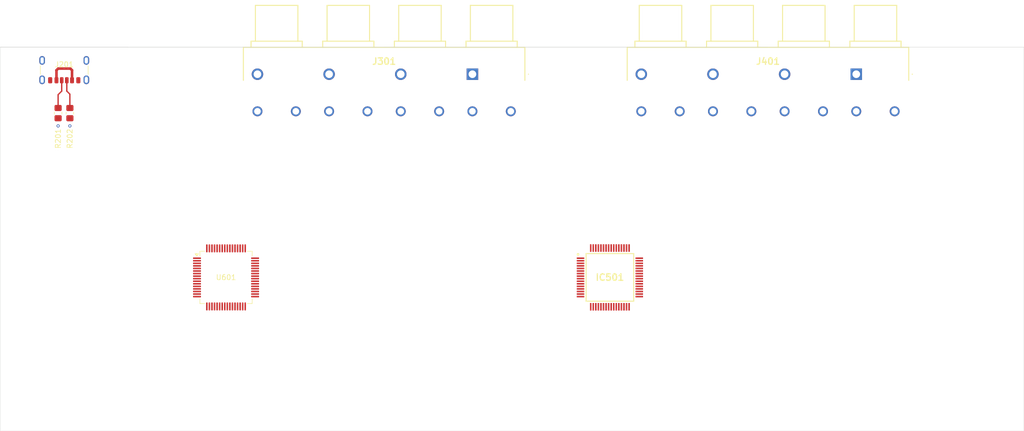
<source format=kicad_pcb>
(kicad_pcb (version 20241229) (generator "pcbnew") (generator_version "9.0")
  (layers (0 "F.Cu" signal) (2 "B.Cu" signal) (13 "F.Paste" user) (15 "B.Paste" user) (5 "F.SilkS" user "F.Silkscreen") (7 "B.SilkS" user "B.Silkscreen") (1 "F.Mask" user) (3 "B.Mask" user) (25 "Edge.Cuts" user))
  (net 0 "")
  (net 1 "/Audio_In/IN2L")
  (net 2 "GNDA")
  (net 3 "/Audio_In/IN3L")
  (net 4 "/Audio_In/IN3R")
  (net 5 "/Audio_In/IN1L")
  (net 6 "/Audio_In/IN1R")
  (net 7 "/Audio_In/IN4R")
  (net 8 "/Audio_In/IN4L")
  (net 9 "/Audio_In/IN2R")
  (net 20 "GNDD")
  (net 21 "/PSU/VBUS")
  (net 22 "/PSU/CC2")
  (net 23 "/PSU/CC1")
  (net 34 "/Audio_DSP/I2C_SDA")
  (net 60 "/Audio_DSP/I2C_SCL")
  (net 87 "Net-(U601-VSS-Pad18)")
  (net 136 "+3V3")
  (footprint "Resistor_SMD:R_0805_2012Metric_Pad1.20x1.40mm_HandSolder" (layer "F.Cu") (at 71.3 87.9 -90)
    (property "Reference" "R201" (at 5 0 90) (layer "F.SilkS"))
    (property "Value" "5K1")
    (fp_line (start -0.227064 0.735) (end 0.227064 0.735) (stroke (width 0.12)) (layer "F.SilkS"))
    (fp_line (start -0.227064 -0.735) (end 0.227064 -0.735) (stroke (width 0.12)) (layer "F.SilkS"))
    (pad "1" smd roundrect (at -1 0 270) (size 1.2 1.4) (layers "F.Cu" "F.Mask" "F.Paste") (roundrect_rratio 0.208333) (net 22 "/PSU/CC2"))
    (pad "2" smd roundrect (at 1 0 270) (size 1.2 1.4) (layers "F.Cu" "F.Mask" "F.Paste") (roundrect_rratio 0.208333) (net 20 "GNDD"))
  )
  (footprint "Connector_USB:USB_C_Receptacle_GCT_USB4125-xx-x-0190_6P_TopMnt_Horizontal" (layer "F.Cu") (at 72.5 78.4 180)
    (property "Reference" "J201" (at 0 0 0) (layer "F.SilkS"))
    (property "Value" "USB_C_Receptacle_PowerOnly_6P")
    (fp_line (start 4.67 -0.25) (end 4.67 -1.95) (stroke (width 0.12)) (layer "F.SilkS"))
    (fp_line (start -4.67 -0.25) (end -4.67 -1.95) (stroke (width 0.12)) (layer "F.SilkS"))
    (pad "A5" smd roundrect (at -0.5 -3.08 180) (size 0.7 1.2) (layers "F.Cu" "F.Mask" "F.Paste") (net 23 "/PSU/CC1"))
    (pad "A9" smd roundrect (at 1.52 -3.08) (size 0.76 1.2) (layers "F.Cu" "F.Mask" "F.Paste") (net 21 "/PSU/VBUS"))
    (pad "A12" smd roundrect (at 2.75 -3.08) (size 0.8 1.2) (layers "F.Cu" "F.Mask" "F.Paste") (net 20 "GNDD"))
    (pad "B5" smd roundrect (at 0.5 -3.08) (size 0.7 1.2) (layers "F.Cu" "F.Mask" "F.Paste") (net 22 "/PSU/CC2"))
    (pad "B9" smd roundrect (at -1.52 -3.08 180) (size 0.76 1.2) (layers "F.Cu" "F.Mask" "F.Paste") (net 21 "/PSU/VBUS"))
    (pad "B12" smd roundrect (at -2.75 -3.08 180) (size 0.8 1.2) (layers "F.Cu" "F.Mask" "F.Paste") (net 20 "GNDD"))
    (pad "S1" thru_hole oval (at -4.32 -3 180) (size 1.1 1.7) (drill oval 0.6 1.2) (property pad_prop_heatsink) (layers "*.Cu" "*.Mask" "F.Paste") (net 20 "GNDD"))
    (pad "S1" thru_hole oval (at -4.32 0.8 180) (size 1.1 1.7) (drill oval 0.6 1.2) (property pad_prop_heatsink) (layers "*.Cu" "*.Mask" "F.Paste") (net 20 "GNDD"))
    (pad "S1" thru_hole oval (at 4.32 -3 180) (size 1.1 1.7) (drill oval 0.6 1.2) (property pad_prop_heatsink) (layers "*.Cu" "*.Mask" "F.Paste") (net 20 "GNDD"))
    (pad "S1" thru_hole oval (at 4.32 0.8 180) (size 1.1 1.7) (drill oval 0.6 1.2) (property pad_prop_heatsink) (layers "*.Cu" "*.Mask" "F.Paste") (net 20 "GNDD"))
  )
  (footprint "Pre_Amp_8CH_Footprints:QFP50P1200X1200X160-64N" (layer "F.Cu") (at 179.113 120)
    (property "Reference" "IC501" (at 0 0 0) (layer "F.SilkS") (effects (font (size 1.27 1.27) (thickness 0.254))))
    (property "Value" "STA309A13TR" (hide yes))
    (fp_line (start -4.65 -4.65) (end 4.65 -4.65) (stroke (width 0.2)) (layer "F.SilkS"))
    (fp_line (start -4.65 4.65) (end -4.65 -4.65) (stroke (width 0.2)) (layer "F.SilkS"))
    (fp_line (start 4.65 -4.65) (end 4.65 4.65) (stroke (width 0.2)) (layer "F.SilkS"))
    (fp_line (start 4.65 4.65) (end -4.65 4.65) (stroke (width 0.2)) (layer "F.SilkS"))
    (fp_circle (center -6.225 -4.5) (end -6.225 -4.375) (stroke (width 0.25)) (fill no) (layer "F.SilkS"))
    (pad "1" smd rect (at -5.738 -3.75 90) (size 0.3 1.475) (layers "F.Cu" "F.Mask" "F.Paste"))
    (pad "2" smd rect (at -5.738 -3.25 90) (size 0.3 1.475) (layers "F.Cu" "F.Mask" "F.Paste") (net 20 "GNDD"))
    (pad "3" smd rect (at -5.738 -2.75 90) (size 0.3 1.475) (layers "F.Cu" "F.Mask" "F.Paste") (net 136 "+3V3"))
    (pad "4" smd rect (at -5.738 -2.25 90) (size 0.3 1.475) (layers "F.Cu" "F.Mask" "F.Paste") (net 20 "GNDD"))
    (pad "5" smd rect (at -5.738 -1.75 90) (size 0.3 1.475) (layers "F.Cu" "F.Mask" "F.Paste"))
    (pad "6" smd rect (at -5.738 -1.25 90) (size 0.3 1.475) (layers "F.Cu" "F.Mask" "F.Paste"))
    (pad "7" smd rect (at -5.738 -0.75 90) (size 0.3 1.475) (layers "F.Cu" "F.Mask" "F.Paste"))
    (pad "8" smd rect (at -5.738 -0.25 90) (size 0.3 1.475) (layers "F.Cu" "F.Mask" "F.Paste"))
    (pad "9" smd rect (at -5.738 0.25 90) (size 0.3 1.475) (layers "F.Cu" "F.Mask" "F.Paste"))
    (pad "10" smd rect (at -5.738 0.75 90) (size 0.3 1.475) (layers "F.Cu" "F.Mask" "F.Paste"))
    (pad "11" smd rect (at -5.738 1.25 90) (size 0.3 1.475) (layers "F.Cu" "F.Mask" "F.Paste"))
    (pad "12" smd rect (at -5.738 1.75 90) (size 0.3 1.475) (layers "F.Cu" "F.Mask" "F.Paste") (net 136 "+3V3"))
    (pad "13" smd rect (at -5.738 2.25 90) (size 0.3 1.475) (layers "F.Cu" "F.Mask" "F.Paste") (net 20 "GNDD"))
    (pad "14" smd rect (at -5.738 2.75 90) (size 0.3 1.475) (layers "F.Cu" "F.Mask" "F.Paste"))
    (pad "15" smd rect (at -5.738 3.25 90) (size 0.3 1.475) (layers "F.Cu" "F.Mask" "F.Paste"))
    (pad "16" smd rect (at -5.738 3.75 90) (size 0.3 1.475) (layers "F.Cu" "F.Mask" "F.Paste"))
    (pad "17" smd rect (at -3.75 5.738) (size 0.3 1.475) (layers "F.Cu" "F.Mask" "F.Paste"))
    (pad "18" smd rect (at -3.25 5.738) (size 0.3 1.475) (layers "F.Cu" "F.Mask" "F.Paste") (net 34 "/Audio_DSP/I2C_SDA"))
    (pad "19" smd rect (at -2.75 5.738) (size 0.3 1.475) (layers "F.Cu" "F.Mask" "F.Paste") (net 60 "/Audio_DSP/I2C_SCL"))
    (pad "20" smd rect (at -2.25 5.738) (size 0.3 1.475) (layers "F.Cu" "F.Mask" "F.Paste"))
    (pad "21" smd rect (at -1.75 5.738) (size 0.3 1.475) (layers "F.Cu" "F.Mask" "F.Paste"))
    (pad "22" smd rect (at -1.25 5.738) (size 0.3 1.475) (layers "F.Cu" "F.Mask" "F.Paste"))
    (pad "23" smd rect (at -0.75 5.738) (size 0.3 1.475) (layers "F.Cu" "F.Mask" "F.Paste"))
    (pad "24" smd rect (at -0.25 5.738) (size 0.3 1.475) (layers "F.Cu" "F.Mask" "F.Paste"))
    (pad "25" smd rect (at 0.25 5.738) (size 0.3 1.475) (layers "F.Cu" "F.Mask" "F.Paste"))
    (pad "26" smd rect (at 0.75 5.738) (size 0.3 1.475) (layers "F.Cu" "F.Mask" "F.Paste"))
    (pad "27" smd rect (at 1.25 5.738) (size 0.3 1.475) (layers "F.Cu" "F.Mask" "F.Paste") (net 20 "GNDD"))
    (pad "28" smd rect (at 1.75 5.738) (size 0.3 1.475) (layers "F.Cu" "F.Mask" "F.Paste") (net 136 "+3V3"))
    (pad "29" smd rect (at 2.25 5.738) (size 0.3 1.475) (layers "F.Cu" "F.Mask" "F.Paste"))
    (pad "30" smd rect (at 2.75 5.738) (size 0.3 1.475) (layers "F.Cu" "F.Mask" "F.Paste"))
    (pad "31" smd rect (at 3.25 5.738) (size 0.3 1.475) (layers "F.Cu" "F.Mask" "F.Paste"))
    (pad "32" smd rect (at 3.75 5.738) (size 0.3 1.475) (layers "F.Cu" "F.Mask" "F.Paste"))
    (pad "33" smd rect (at 5.738 3.75 90) (size 0.3 1.475) (layers "F.Cu" "F.Mask" "F.Paste"))
    (pad "34" smd rect (at 5.738 3.25 90) (size 0.3 1.475) (layers "F.Cu" "F.Mask" "F.Paste"))
    (pad "35" smd rect (at 5.738 2.75 90) (size 0.3 1.475) (layers "F.Cu" "F.Mask" "F.Paste") (net 136 "+3V3"))
    (pad "36" smd rect (at 5.738 2.25 90) (size 0.3 1.475) (layers "F.Cu" "F.Mask" "F.Paste") (net 20 "GNDD"))
    (pad "37" smd rect (at 5.738 1.75 90) (size 0.3 1.475) (layers "F.Cu" "F.Mask" "F.Paste"))
    (pad "38" smd rect (at 5.738 1.25 90) (size 0.3 1.475) (layers "F.Cu" "F.Mask" "F.Paste"))
    (pad "39" smd rect (at 5.738 0.75 90) (size 0.3 1.475) (layers "F.Cu" "F.Mask" "F.Paste"))
    (pad "40" smd rect (at 5.738 0.25 90) (size 0.3 1.475) (layers "F.Cu" "F.Mask" "F.Paste"))
    (pad "41" smd rect (at 5.738 -0.25 90) (size 0.3 1.475) (layers "F.Cu" "F.Mask" "F.Paste"))
    (pad "42" smd rect (at 5.738 -0.75 90) (size 0.3 1.475) (layers "F.Cu" "F.Mask" "F.Paste"))
    (pad "43" smd rect (at 5.738 -1.25 90) (size 0.3 1.475) (layers "F.Cu" "F.Mask" "F.Paste"))
    (pad "44" smd rect (at 5.738 -1.75 90) (size 0.3 1.475) (layers "F.Cu" "F.Mask" "F.Paste") (net 136 "+3V3"))
    (pad "45" smd rect (at 5.738 -2.25 90) (size 0.3 1.475) (layers "F.Cu" "F.Mask" "F.Paste") (net 20 "GNDD"))
    (pad "46" smd rect (at 5.738 -2.75 90) (size 0.3 1.475) (layers "F.Cu" "F.Mask" "F.Paste"))
    (pad "47" smd rect (at 5.738 -3.25 90) (size 0.3 1.475) (layers "F.Cu" "F.Mask" "F.Paste"))
    (pad "48" smd rect (at 5.738 -3.75 90) (size 0.3 1.475) (layers "F.Cu" "F.Mask" "F.Paste"))
    (pad "49" smd rect (at 3.75 -5.738) (size 0.3 1.475) (layers "F.Cu" "F.Mask" "F.Paste"))
    (pad "50" smd rect (at 3.25 -5.738) (size 0.3 1.475) (layers "F.Cu" "F.Mask" "F.Paste"))
    (pad "51" smd rect (at 2.75 -5.738) (size 0.3 1.475) (layers "F.Cu" "F.Mask" "F.Paste"))
    (pad "52" smd rect (at 2.25 -5.738) (size 0.3 1.475) (layers "F.Cu" "F.Mask" "F.Paste") (net 136 "+3V3"))
    (pad "53" smd rect (at 1.75 -5.738) (size 0.3 1.475) (layers "F.Cu" "F.Mask" "F.Paste") (net 20 "GNDD"))
    (pad "54" smd rect (at 1.25 -5.738) (size 0.3 1.475) (layers "F.Cu" "F.Mask" "F.Paste"))
    (pad "55" smd rect (at 0.75 -5.738) (size 0.3 1.475) (layers "F.Cu" "F.Mask" "F.Paste"))
    (pad "56" smd rect (at 0.25 -5.738) (size 0.3 1.475) (layers "F.Cu" "F.Mask" "F.Paste"))
    (pad "57" smd rect (at -0.25 -5.738) (size 0.3 1.475) (layers "F.Cu" "F.Mask" "F.Paste"))
    (pad "58" smd rect (at -0.75 -5.738) (size 0.3 1.475) (layers "F.Cu" "F.Mask" "F.Paste"))
    (pad "59" smd rect (at -1.25 -5.738) (size 0.3 1.475) (layers "F.Cu" "F.Mask" "F.Paste") (net 136 "+3V3"))
    (pad "60" smd rect (at -1.75 -5.738) (size 0.3 1.475) (layers "F.Cu" "F.Mask" "F.Paste") (net 20 "GNDD"))
    (pad "61" smd rect (at -2.25 -5.738) (size 0.3 1.475) (layers "F.Cu" "F.Mask" "F.Paste"))
    (pad "62" smd rect (at -2.75 -5.738) (size 0.3 1.475) (layers "F.Cu" "F.Mask" "F.Paste"))
    (pad "63" smd rect (at -3.25 -5.738) (size 0.3 1.475) (layers "F.Cu" "F.Mask" "F.Paste"))
    (pad "64" smd rect (at -3.75 -5.738) (size 0.3 1.475) (layers "F.Cu" "F.Mask" "F.Paste"))
  )
  (footprint "Pre_Amp_8CH_Footprints:PJRAS4X2U01AUX" (layer "F.Cu") (at 227.25 80.3 180)
    (property "Reference" "J401" (at 17.25 2.5 0) (layer "F.SilkS") (effects (font (size 1.27 1.27) (thickness 0.254))))
    (property "Value" "PJRAS4X2U01AUX" (hide yes))
    (fp_line (start 44.75 5.25) (end -10.25 5.25) (stroke (width 0.2)) (layer "F.SilkS"))
    (fp_line (start 44.75 -1.2) (end 44.75 5.25) (stroke (width 0.2)) (layer "F.SilkS"))
    (fp_line (start 43.25 6.45) (end 43.25 5.25) (stroke (width 0.2)) (layer "F.SilkS"))
    (fp_line (start 42.4 13.45) (end 34.1 13.45) (stroke (width 0.2)) (layer "F.SilkS"))
    (fp_line (start 42.4 6.45) (end 42.4 13.45) (stroke (width 0.2)) (layer "F.SilkS"))
    (fp_line (start 34.1 13.45) (end 34.1 6.45) (stroke (width 0.2)) (layer "F.SilkS"))
    (fp_line (start 33.25 6.45) (end 43.25 6.45) (stroke (width 0.2)) (layer "F.SilkS"))
    (fp_line (start 33.25 5.25) (end 33.25 6.45) (stroke (width 0.2)) (layer "F.SilkS"))
    (fp_line (start 29.25 6.45) (end 29.25 5.25) (stroke (width 0.2)) (layer "F.SilkS"))
    (fp_line (start 28.4 13.45) (end 28.4 6.45) (stroke (width 0.2)) (layer "F.SilkS"))
    (fp_line (start 20.1 13.45) (end 28.4 13.45) (stroke (width 0.2)) (layer "F.SilkS"))
    (fp_line (start 20.1 6.45) (end 20.1 13.45) (stroke (width 0.2)) (layer "F.SilkS"))
    (fp_line (start 19.25 6.45) (end 29.25 6.45) (stroke (width 0.2)) (layer "F.SilkS"))
    (fp_line (start 19.25 5.25) (end 19.25 6.45) (stroke (width 0.2)) (layer "F.SilkS"))
    (fp_line (start 15.25 6.45) (end 15.25 5.25) (stroke (width 0.2)) (layer "F.SilkS"))
    (fp_line (start 14.4 13.45) (end 14.4 6.45) (stroke (width 0.2)) (layer "F.SilkS"))
    (fp_line (start 6.1 13.45) (end 14.4 13.45) (stroke (width 0.2)) (layer "F.SilkS"))
    (fp_line (start 6.1 6.45) (end 6.1 13.45) (stroke (width 0.2)) (layer "F.SilkS"))
    (fp_line (start 5.25 6.45) (end 15.25 6.45) (stroke (width 0.2)) (layer "F.SilkS"))
    (fp_line (start 5.25 5.25) (end 5.25 6.45) (stroke (width 0.2)) (layer "F.SilkS"))
    (fp_line (start 1.25 6.45) (end 1.25 5.25) (stroke (width 0.2)) (layer "F.SilkS"))
    (fp_line (start 0.4 13.45) (end 0.4 6.45) (stroke (width 0.2)) (layer "F.SilkS"))
    (fp_line (start -7.9 13.45) (end 0.4 13.45) (stroke (width 0.2)) (layer "F.SilkS"))
    (fp_line (start -7.9 6.45) (end -7.9 13.45) (stroke (width 0.2)) (layer "F.SilkS"))
    (fp_line (start -8.75 6.45) (end 1.25 6.45) (stroke (width 0.2)) (layer "F.SilkS"))
    (fp_line (start -8.75 5.25) (end -8.75 6.45) (stroke (width 0.2)) (layer "F.SilkS"))
    (fp_line (start -10.25 5.25) (end -10.25 -1.2) (stroke (width 0.2)) (layer "F.SilkS"))
    (fp_line (start -10.9 0) (end -10.9 0) (stroke (width 0.1)) (layer "F.SilkS"))
    (fp_line (start -11 0) (end -11 0) (stroke (width 0.1)) (layer "F.SilkS"))
    (fp_arc (start -10.9 0) (mid -10.95 0.05) (end -11 0) (stroke (width 0.1)) (layer "F.SilkS"))
    (fp_arc (start -11 0) (mid -10.95 -0.05) (end -10.9 0) (stroke (width 0.1)) (layer "F.SilkS"))
    (pad "" np_thru_hole circle (at -9.9 -3.5 180) (size 3.45 3.45) (drill 3.45) (layers "*.Cu" "*.Mask"))
    (pad "" np_thru_hole circle (at 17.25 -3.5 180) (size 4.95 4.95) (drill 4.95) (layers "*.Cu" "*.Mask"))
    (pad "" np_thru_hole circle (at 44.4 -3.5 180) (size 3.45 3.45) (drill 3.45) (layers "*.Cu" "*.Mask"))
    (pad "S1" thru_hole rect (at 0 0 180) (size 2.25 2.25) (drill 1.5) (layers "*.Cu" "*.Mask"))
    (pad "S2" thru_hole circle (at 14 0 180) (size 2.25 2.25) (drill 1.5) (layers "*.Cu" "*.Mask"))
    (pad "S3" thru_hole circle (at 28 0 180) (size 2.25 2.25) (drill 1.5) (layers "*.Cu" "*.Mask"))
    (pad "S4" thru_hole circle (at 42 0 180) (size 2.25 2.25) (drill 1.5) (layers "*.Cu" "*.Mask"))
    (pad "T11" thru_hole circle (at -7.5 -7.25 180) (size 1.95 1.95) (drill 1.3) (layers "*.Cu" "*.Mask"))
    (pad "T12" thru_hole circle (at 0 -7.25 180) (size 1.95 1.95) (drill 1.3) (layers "*.Cu" "*.Mask"))
    (pad "T21" thru_hole circle (at 6.5 -7.25 180) (size 1.95 1.95) (drill 1.3) (layers "*.Cu" "*.Mask"))
    (pad "T22" thru_hole circle (at 14 -7.25 180) (size 1.95 1.95) (drill 1.3) (layers "*.Cu" "*.Mask"))
    (pad "T31" thru_hole circle (at 20.5 -7.25 180) (size 1.95 1.95) (drill 1.3) (layers "*.Cu" "*.Mask"))
    (pad "T32" thru_hole circle (at 28 -7.25 180) (size 1.95 1.95) (drill 1.3) (layers "*.Cu" "*.Mask"))
    (pad "T41" thru_hole circle (at 34.5 -7.25 180) (size 1.95 1.95) (drill 1.3) (layers "*.Cu" "*.Mask"))
    (pad "T42" thru_hole circle (at 42 -7.25 180) (size 1.95 1.95) (drill 1.3) (layers "*.Cu" "*.Mask"))
  )
  (footprint "Pre_Amp_8CH_Footprints:PJRAS4X2U01AUX" (layer "F.Cu") (at 152.25 80.3 180)
    (property "Reference" "J301" (at 17.25 2.5 0) (layer "F.SilkS") (effects (font (size 1.27 1.27) (thickness 0.254))))
    (property "Value" "PJRAS4X2U01AUX" (hide yes))
    (fp_line (start 44.75 5.25) (end -10.25 5.25) (stroke (width 0.2)) (layer "F.SilkS"))
    (fp_line (start 44.75 -1.2) (end 44.75 5.25) (stroke (width 0.2)) (layer "F.SilkS"))
    (fp_line (start 43.25 6.45) (end 43.25 5.25) (stroke (width 0.2)) (layer "F.SilkS"))
    (fp_line (start 42.4 13.45) (end 34.1 13.45) (stroke (width 0.2)) (layer "F.SilkS"))
    (fp_line (start 42.4 6.45) (end 42.4 13.45) (stroke (width 0.2)) (layer "F.SilkS"))
    (fp_line (start 34.1 13.45) (end 34.1 6.45) (stroke (width 0.2)) (layer "F.SilkS"))
    (fp_line (start 33.25 6.45) (end 43.25 6.45) (stroke (width 0.2)) (layer "F.SilkS"))
    (fp_line (start 33.25 5.25) (end 33.25 6.45) (stroke (width 0.2)) (layer "F.SilkS"))
    (fp_line (start 29.25 6.45) (end 29.25 5.25) (stroke (width 0.2)) (layer "F.SilkS"))
    (fp_line (start 28.4 13.45) (end 28.4 6.45) (stroke (width 0.2)) (layer "F.SilkS"))
    (fp_line (start 20.1 13.45) (end 28.4 13.45) (stroke (width 0.2)) (layer "F.SilkS"))
    (fp_line (start 20.1 6.45) (end 20.1 13.45) (stroke (width 0.2)) (layer "F.SilkS"))
    (fp_line (start 19.25 6.45) (end 29.25 6.45) (stroke (width 0.2)) (layer "F.SilkS"))
    (fp_line (start 19.25 5.25) (end 19.25 6.45) (stroke (width 0.2)) (layer "F.SilkS"))
    (fp_line (start 15.25 6.45) (end 15.25 5.25) (stroke (width 0.2)) (layer "F.SilkS"))
    (fp_line (start 14.4 13.45) (end 14.4 6.45) (stroke (width 0.2)) (layer "F.SilkS"))
    (fp_line (start 6.1 13.45) (end 14.4 13.45) (stroke (width 0.2)) (layer "F.SilkS"))
    (fp_line (start 6.1 6.45) (end 6.1 13.45) (stroke (width 0.2)) (layer "F.SilkS"))
    (fp_line (start 5.25 6.45) (end 15.25 6.45) (stroke (width 0.2)) (layer "F.SilkS"))
    (fp_line (start 5.25 5.25) (end 5.25 6.45) (stroke (width 0.2)) (layer "F.SilkS"))
    (fp_line (start 1.25 6.45) (end 1.25 5.25) (stroke (width 0.2)) (layer "F.SilkS"))
    (fp_line (start 0.4 13.45) (end 0.4 6.45) (stroke (width 0.2)) (layer "F.SilkS"))
    (fp_line (start -7.9 13.45) (end 0.4 13.45) (stroke (width 0.2)) (layer "F.SilkS"))
    (fp_line (start -7.9 6.45) (end -7.9 13.45) (stroke (width 0.2)) (layer "F.SilkS"))
    (fp_line (start -8.75 6.45) (end 1.25 6.45) (stroke (width 0.2)) (layer "F.SilkS"))
    (fp_line (start -8.75 5.25) (end -8.75 6.45) (stroke (width 0.2)) (layer "F.SilkS"))
    (fp_line (start -10.25 5.25) (end -10.25 -1.2) (stroke (width 0.2)) (layer "F.SilkS"))
    (fp_line (start -10.9 0) (end -10.9 0) (stroke (width 0.1)) (layer "F.SilkS"))
    (fp_line (start -11 0) (end -11 0) (stroke (width 0.1)) (layer "F.SilkS"))
    (fp_arc (start -10.9 0) (mid -10.95 0.05) (end -11 0) (stroke (width 0.1)) (layer "F.SilkS"))
    (fp_arc (start -11 0) (mid -10.95 -0.05) (end -10.9 0) (stroke (width 0.1)) (layer "F.SilkS"))
    (pad "" np_thru_hole circle (at -9.9 -3.5 180) (size 3.45 3.45) (drill 3.45) (layers "*.Cu" "*.Mask"))
    (pad "" np_thru_hole circle (at 17.25 -3.5 180) (size 4.95 4.95) (drill 4.95) (layers "*.Cu" "*.Mask"))
    (pad "" np_thru_hole circle (at 44.4 -3.5 180) (size 3.45 3.45) (drill 3.45) (layers "*.Cu" "*.Mask"))
    (pad "S1" thru_hole rect (at 0 0 180) (size 2.25 2.25) (drill 1.5) (layers "*.Cu" "*.Mask") (net 2 "GNDA"))
    (pad "S2" thru_hole circle (at 14 0 180) (size 2.25 2.25) (drill 1.5) (layers "*.Cu" "*.Mask") (net 2 "GNDA"))
    (pad "S3" thru_hole circle (at 28 0 180) (size 2.25 2.25) (drill 1.5) (layers "*.Cu" "*.Mask") (net 2 "GNDA"))
    (pad "S4" thru_hole circle (at 42 0 180) (size 2.25 2.25) (drill 1.5) (layers "*.Cu" "*.Mask") (net 2 "GNDA"))
    (pad "T11" thru_hole circle (at -7.5 -7.25 180) (size 1.95 1.95) (drill 1.3) (layers "*.Cu" "*.Mask") (net 5 "/Audio_In/IN1L"))
    (pad "T12" thru_hole circle (at 0 -7.25 180) (size 1.95 1.95) (drill 1.3) (layers "*.Cu" "*.Mask") (net 6 "/Audio_In/IN1R"))
    (pad "T21" thru_hole circle (at 6.5 -7.25 180) (size 1.95 1.95) (drill 1.3) (layers "*.Cu" "*.Mask") (net 1 "/Audio_In/IN2L"))
    (pad "T22" thru_hole circle (at 14 -7.25 180) (size 1.95 1.95) (drill 1.3) (layers "*.Cu" "*.Mask") (net 9 "/Audio_In/IN2R"))
    (pad "T31" thru_hole circle (at 20.5 -7.25 180) (size 1.95 1.95) (drill 1.3) (layers "*.Cu" "*.Mask") (net 3 "/Audio_In/IN3L"))
    (pad "T32" thru_hole circle (at 28 -7.25 180) (size 1.95 1.95) (drill 1.3) (layers "*.Cu" "*.Mask") (net 4 "/Audio_In/IN3R"))
    (pad "T41" thru_hole circle (at 34.5 -7.25 180) (size 1.95 1.95) (drill 1.3) (layers "*.Cu" "*.Mask") (net 8 "/Audio_In/IN4L"))
    (pad "T42" thru_hole circle (at 42 -7.25 180) (size 1.95 1.95) (drill 1.3) (layers "*.Cu" "*.Mask") (net 7 "/Audio_In/IN4R"))
  )
  (footprint "Resistor_SMD:R_0805_2012Metric_Pad1.20x1.40mm_HandSolder" (layer "F.Cu") (at 73.6 87.9 -90)
    (property "Reference" "R202" (at 5 0 90) (layer "F.SilkS"))
    (property "Value" "5K1")
    (fp_line (start -0.227064 0.735) (end 0.227064 0.735) (stroke (width 0.12)) (layer "F.SilkS"))
    (fp_line (start -0.227064 -0.735) (end 0.227064 -0.735) (stroke (width 0.12)) (layer "F.SilkS"))
    (pad "1" smd roundrect (at -1 0 270) (size 1.2 1.4) (layers "F.Cu" "F.Mask" "F.Paste") (roundrect_rratio 0.208333) (net 23 "/PSU/CC1"))
    (pad "2" smd roundrect (at 1 0 270) (size 1.2 1.4) (layers "F.Cu" "F.Mask" "F.Paste") (roundrect_rratio 0.208333) (net 20 "GNDD"))
  )
  (footprint "Package_QFP:LQFP-64_10x10mm_P0.5mm" (layer "F.Cu") (at 104.113 120)
    (property "Reference" "U601" (at 0 0 0) (layer "F.SilkS"))
    (property "Value" "STM32F410R8Tx")
    (fp_line (start -5.11 -5.11) (end -5.11 -4.16) (stroke (width 0.12)) (layer "F.SilkS"))
    (fp_line (start -5.11 5.11) (end -5.11 4.16) (stroke (width 0.12)) (layer "F.SilkS"))
    (fp_line (start -4.16 -5.11) (end -5.11 -5.11) (stroke (width 0.12)) (layer "F.SilkS"))
    (fp_line (start -4.16 5.11) (end -5.11 5.11) (stroke (width 0.12)) (layer "F.SilkS"))
    (fp_line (start 4.16 -5.11) (end 5.11 -5.11) (stroke (width 0.12)) (layer "F.SilkS"))
    (fp_line (start 4.16 5.11) (end 5.11 5.11) (stroke (width 0.12)) (layer "F.SilkS"))
    (fp_line (start 5.11 -5.11) (end 5.11 -4.16) (stroke (width 0.12)) (layer "F.SilkS"))
    (fp_line (start 5.11 5.11) (end 5.11 4.16) (stroke (width 0.12)) (layer "F.SilkS"))
    (fp_poly (pts (xy -5.725 -4.16) (xy -6.065 -4.63) (xy -5.385 -4.63)) (stroke (width 0.12)) (fill yes) (layer "F.SilkS"))
    (pad "1" smd roundrect (at -5.675 -3.75) (size 1.55 0.3) (layers "F.Cu" "F.Mask" "F.Paste"))
    (pad "2" smd roundrect (at -5.675 -3.25) (size 1.55 0.3) (layers "F.Cu" "F.Mask" "F.Paste"))
    (pad "3" smd roundrect (at -5.675 -2.75) (size 1.55 0.3) (layers "F.Cu" "F.Mask" "F.Paste"))
    (pad "4" smd roundrect (at -5.675 -2.25) (size 1.55 0.3) (layers "F.Cu" "F.Mask" "F.Paste"))
    (pad "5" smd roundrect (at -5.675 -1.75) (size 1.55 0.3) (layers "F.Cu" "F.Mask" "F.Paste"))
    (pad "6" smd roundrect (at -5.675 -1.25) (size 1.55 0.3) (layers "F.Cu" "F.Mask" "F.Paste"))
    (pad "7" smd roundrect (at -5.675 -0.75) (size 1.55 0.3) (layers "F.Cu" "F.Mask" "F.Paste"))
    (pad "8" smd roundrect (at -5.675 -0.25) (size 1.55 0.3) (layers "F.Cu" "F.Mask" "F.Paste"))
    (pad "9" smd roundrect (at -5.675 0.25) (size 1.55 0.3) (layers "F.Cu" "F.Mask" "F.Paste"))
    (pad "10" smd roundrect (at -5.675 0.75) (size 1.55 0.3) (layers "F.Cu" "F.Mask" "F.Paste"))
    (pad "11" smd roundrect (at -5.675 1.25) (size 1.55 0.3) (layers "F.Cu" "F.Mask" "F.Paste"))
    (pad "12" smd roundrect (at -5.675 1.75) (size 1.55 0.3) (layers "F.Cu" "F.Mask" "F.Paste"))
    (pad "13" smd roundrect (at -5.675 2.25) (size 1.55 0.3) (layers "F.Cu" "F.Mask" "F.Paste"))
    (pad "14" smd roundrect (at -5.675 2.75) (size 1.55 0.3) (layers "F.Cu" "F.Mask" "F.Paste"))
    (pad "15" smd roundrect (at -5.675 3.25) (size 1.55 0.3) (layers "F.Cu" "F.Mask" "F.Paste"))
    (pad "16" smd roundrect (at -5.675 3.75) (size 1.55 0.3) (layers "F.Cu" "F.Mask" "F.Paste"))
    (pad "17" smd roundrect (at -3.75 5.675) (size 0.3 1.55) (layers "F.Cu" "F.Mask" "F.Paste"))
    (pad "18" smd roundrect (at -3.25 5.675) (size 0.3 1.55) (layers "F.Cu" "F.Mask" "F.Paste") (net 87 "Net-(U601-VSS-Pad18)"))
    (pad "19" smd roundrect (at -2.75 5.675) (size 0.3 1.55) (layers "F.Cu" "F.Mask" "F.Paste"))
    (pad "20" smd roundrect (at -2.25 5.675) (size 0.3 1.55) (layers "F.Cu" "F.Mask" "F.Paste"))
    (pad "21" smd roundrect (at -1.75 5.675) (size 0.3 1.55) (layers "F.Cu" "F.Mask" "F.Paste"))
    (pad "22" smd roundrect (at -1.25 5.675) (size 0.3 1.55) (layers "F.Cu" "F.Mask" "F.Paste"))
    (pad "23" smd roundrect (at -0.75 5.675) (size 0.3 1.55) (layers "F.Cu" "F.Mask" "F.Paste"))
    (pad "24" smd roundrect (at -0.25 5.675) (size 0.3 1.55) (layers "F.Cu" "F.Mask" "F.Paste"))
    (pad "25" smd roundrect (at 0.25 5.675) (size 0.3 1.55) (layers "F.Cu" "F.Mask" "F.Paste"))
    (pad "26" smd roundrect (at 0.75 5.675) (size 0.3 1.55) (layers "F.Cu" "F.Mask" "F.Paste"))
    (pad "27" smd roundrect (at 1.25 5.675) (size 0.3 1.55) (layers "F.Cu" "F.Mask" "F.Paste"))
    (pad "28" smd roundrect (at 1.75 5.675) (size 0.3 1.55) (layers "F.Cu" "F.Mask" "F.Paste"))
    (pad "29" smd roundrect (at 2.25 5.675) (size 0.3 1.55) (layers "F.Cu" "F.Mask" "F.Paste"))
    (pad "30" smd roundrect (at 2.75 5.675) (size 0.3 1.55) (layers "F.Cu" "F.Mask" "F.Paste"))
    (pad "31" smd roundrect (at 3.25 5.675) (size 0.3 1.55) (layers "F.Cu" "F.Mask" "F.Paste") (net 87 "Net-(U601-VSS-Pad18)"))
    (pad "32" smd roundrect (at 3.75 5.675) (size 0.3 1.55) (layers "F.Cu" "F.Mask" "F.Paste"))
    (pad "33" smd roundrect (at 5.675 3.75) (size 1.55 0.3) (layers "F.Cu" "F.Mask" "F.Paste"))
    (pad "34" smd roundrect (at 5.675 3.25) (size 1.55 0.3) (layers "F.Cu" "F.Mask" "F.Paste"))
    (pad "35" smd roundrect (at 5.675 2.75) (size 1.55 0.3) (layers "F.Cu" "F.Mask" "F.Paste"))
    (pad "36" smd roundrect (at 5.675 2.25) (size 1.55 0.3) (layers "F.Cu" "F.Mask" "F.Paste"))
    (pad "37" smd roundrect (at 5.675 1.75) (size 1.55 0.3) (layers "F.Cu" "F.Mask" "F.Paste"))
    (pad "38" smd roundrect (at 5.675 1.25) (size 1.55 0.3) (layers "F.Cu" "F.Mask" "F.Paste"))
    (pad "39" smd roundrect (at 5.675 0.75) (size 1.55 0.3) (layers "F.Cu" "F.Mask" "F.Paste"))
    (pad "40" smd roundrect (at 5.675 0.25) (size 1.55 0.3) (layers "F.Cu" "F.Mask" "F.Paste"))
    (pad "41" smd roundrect (at 5.675 -0.25) (size 1.55 0.3) (layers "F.Cu" "F.Mask" "F.Paste"))
    (pad "42" smd roundrect (at 5.675 -0.75) (size 1.55 0.3) (layers "F.Cu" "F.Mask" "F.Paste"))
    (pad "43" smd roundrect (at 5.675 -1.25) (size 1.55 0.3) (layers "F.Cu" "F.Mask" "F.Paste"))
    (pad "44" smd roundrect (at 5.675 -1.75) (size 1.55 0.3) (layers "F.Cu" "F.Mask" "F.Paste"))
    (pad "45" smd roundrect (at 5.675 -2.25) (size 1.55 0.3) (layers "F.Cu" "F.Mask" "F.Paste"))
    (pad "46" smd roundrect (at 5.675 -2.75) (size 1.55 0.3) (layers "F.Cu" "F.Mask" "F.Paste"))
    (pad "47" smd roundrect (at 5.675 -3.25) (size 1.55 0.3) (layers "F.Cu" "F.Mask" "F.Paste") (net 87 "Net-(U601-VSS-Pad18)"))
    (pad "48" smd roundrect (at 5.675 -3.75) (size 1.55 0.3) (layers "F.Cu" "F.Mask" "F.Paste"))
    (pad "49" smd roundrect (at 3.75 -5.675) (size 0.3 1.55) (layers "F.Cu" "F.Mask" "F.Paste"))
    (pad "50" smd roundrect (at 3.25 -5.675) (size 0.3 1.55) (layers "F.Cu" "F.Mask" "F.Paste"))
    (pad "51" smd roundrect (at 2.75 -5.675) (size 0.3 1.55) (layers "F.Cu" "F.Mask" "F.Paste"))
    (pad "52" smd roundrect (at 2.25 -5.675) (size 0.3 1.55) (layers "F.Cu" "F.Mask" "F.Paste"))
    (pad "53" smd roundrect (at 1.75 -5.675) (size 0.3 1.55) (layers "F.Cu" "F.Mask" "F.Paste"))
    (pad "54" smd roundrect (at 1.25 -5.675) (size 0.3 1.55) (layers "F.Cu" "F.Mask" "F.Paste"))
    (pad "55" smd roundrect (at 0.75 -5.675) (size 0.3 1.55) (layers "F.Cu" "F.Mask" "F.Paste"))
    (pad "56" smd roundrect (at 0.25 -5.675) (size 0.3 1.55) (layers "F.Cu" "F.Mask" "F.Paste"))
    (pad "57" smd roundrect (at -0.25 -5.675) (size 0.3 1.55) (layers "F.Cu" "F.Mask" "F.Paste"))
    (pad "58" smd roundrect (at -0.75 -5.675) (size 0.3 1.55) (layers "F.Cu" "F.Mask" "F.Paste"))
    (pad "59" smd roundrect (at -1.25 -5.675) (size 0.3 1.55) (layers "F.Cu" "F.Mask" "F.Paste"))
    (pad "60" smd roundrect (at -1.75 -5.675) (size 0.3 1.55) (layers "F.Cu" "F.Mask" "F.Paste"))
    (pad "61" smd roundrect (at -2.25 -5.675) (size 0.3 1.55) (layers "F.Cu" "F.Mask" "F.Paste"))
    (pad "62" smd roundrect (at -2.75 -5.675) (size 0.3 1.55) (layers "F.Cu" "F.Mask" "F.Paste"))
    (pad "63" smd roundrect (at -3.25 -5.675) (size 0.3 1.55) (layers "F.Cu" "F.Mask" "F.Paste") (net 87 "Net-(U601-VSS-Pad18)"))
    (pad "64" smd roundrect (at -3.75 -5.675) (size 0.3 1.55) (layers "F.Cu" "F.Mask" "F.Paste"))
  )
  (gr_rect (start 60 75) (end 260 150) (stroke (width 0.05)) (fill no) (layer "Edge.Cuts"))
  (gr_line (start 210 75) (end 135 75) (stroke (width 0.05)) (layer "Edge.Cuts"))
  (gr_line (start 60 75) (end 85 75) (stroke (width 0.05)) (layer "Edge.Cuts"))
  (gr_line (start 160 75) (end 260 75) (stroke (width 0.05)) (layer "Edge.Cuts"))
  (gr_line (start 110 75) (end 60 75) (stroke (width 0.05)) (layer "Edge.Cuts"))
  (gr_line (start 160 75) (end 110 75) (stroke (width 0.05)) (layer "Edge.Cuts"))
  (gr_line (start 160 75) (end 60 75) (stroke (width 0.05)) (layer "Edge.Cuts"))
  (via (at 73.6 90.4) (size 0.6) (drill 0.3) (layers "F.Cu" "B.Cu") (net 20))
  (via (at 71.3 90.4) (size 0.6) (drill 0.3) (layers "F.Cu" "B.Cu") (net 20))
  (segment (start 73.7 79.2) (end 71.3 79.2) (width 0.5) (layer "F.Cu") (net 21))
  (segment (start 74.02 81.48) (end 74.02 79.52) (width 0.5) (layer "F.Cu") (net 21))
  (segment (start 71.3 79.2) (end 70.98 79.52) (width 0.5) (layer "F.Cu") (net 21))
  (segment (start 74.02 79.52) (end 73.7 79.2) (width 0.5) (layer "F.Cu") (net 21))
  (segment (start 70.98 79.52) (end 70.98 81.48) (width 0.5) (layer "F.Cu") (net 21))
  (segment (start 71.3 84.3) (end 71.3 86.9) (width 0.254) (layer "F.Cu") (net 22))
  (segment (start 72 81.48) (end 72 83.6) (width 0.254) (layer "F.Cu") (net 22))
  (segment (start 72 83.6) (end 71.3 84.3) (width 0.254) (layer "F.Cu") (net 22))
  (segment (start 73.6 84.2) (end 73.6 86.9) (width 0.254) (layer "F.Cu") (net 23))
  (segment (start 73 83.6) (end 73.6 84.2) (width 0.254) (layer "F.Cu") (net 23))
  (segment (start 73 81.48) (end 73 83.6) (width 0.254) (layer "F.Cu") (net 23))
)
</source>
